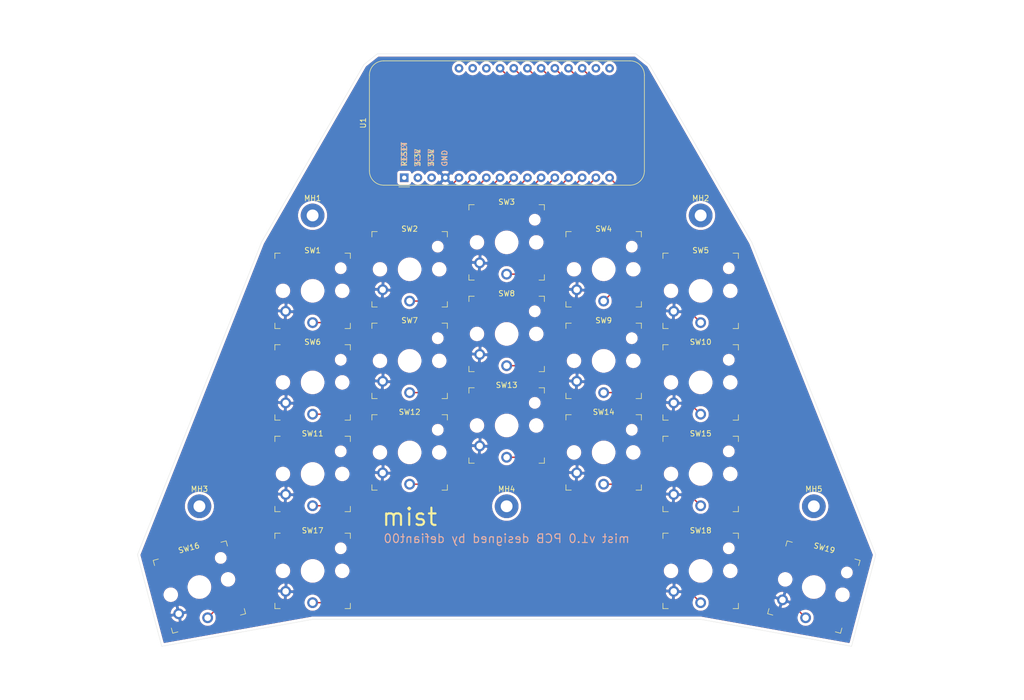
<source format=kicad_pcb>
(kicad_pcb (version 20171130) (host pcbnew "(5.1.12)-1")
  (layers (0 F.Cu signal) (31 B.Cu signal) (34 B.Paste user) (35 F.Paste user) (36 B.SilkS user) (37 F.SilkS user) (38 B.Mask user) (39 F.Mask user) (44 Edge.Cuts user))
  (net 0 "")
  (net 1 gnd)
  (net 2 Switch1)
  (net 3 Switch2)
  (net 4 Switch3)
  (net 5 Switch4)
  (net 6 Switch5)
  (net 7 Switch6)
  (net 8 Switch7)
  (net 9 Switch8)
  (net 10 Switch9)
  (net 11 Switch10)
  (net 12 Switch11)
  (net 13 Switch12)
  (net 14 Switch13)
  (net 15 Switch14)
  (net 16 Switch15)
  (net 17 Switch16)
  (net 18 Switch17)
  (net 19 Switch18)
  (net 20 Switch19)
  (net 21 "Net-(U1-Pad1)")
  (net 22 "Net-(U1-Pad28)")
  (net 23 "Net-(U1-Pad27)")
  (net 24 "Net-(U1-Pad18)")
  (net 25 "Net-(U1-Pad17)")
  (net 26 "Net-(U1-Pad2)")
  (net 27 "Net-(U1-Pad3)")
  (net 28 "Net-(U1-Pad26)")
  (module MountingHole:MountingHole_2.2mm_M2_Pad (layer F.Cu) (at 114 114)
    (fp_text reference MH4 (at 0 -3.2) (layer F.SilkS))
    (fp_text value MountingHole_2.2mm_M2_Pad)
    (pad 1 thru_hole circle (at 0 0) (size 4.4 4.4) (drill 2.2) (layers *.Cu *.Mask))
  )
  (module MountingHole:MountingHole_2.2mm_M2_Pad (layer F.Cu) (at 171 114)
    (fp_text reference MH5 (at 0 -3.2) (layer F.SilkS))
    (fp_text value MountingHole_2.2mm_M2_Pad)
    (pad 1 thru_hole circle (at 0 0) (size 4.4 4.4) (drill 2.2) (layers *.Cu *.Mask))
  )
  (module MountingHole:MountingHole_2.2mm_M2_Pad (layer F.Cu) (at 57 114)
    (fp_text reference MH3 (at 0 -3.2) (layer F.SilkS))
    (fp_text value MountingHole_2.2mm_M2_Pad)
    (pad 1 thru_hole circle (at 0 0) (size 4.4 4.4) (drill 2.2) (layers *.Cu *.Mask))
  )
  (module MountingHole:MountingHole_2.2mm_M2_Pad (layer F.Cu) (at 150 60)
    (fp_text reference MH2 (at 0 -3.2) (layer F.SilkS))
    (fp_text value MountingHole_2.2mm_M2_Pad)
    (pad 1 thru_hole circle (at 0 0) (size 4.4 4.4) (drill 2.2) (layers *.Cu *.Mask))
  )
  (module MountingHole:MountingHole_2.2mm_M2_Pad (layer F.Cu) (at 78 60)
    (fp_text reference MH1 (at 0 -3.2) (layer F.SilkS))
    (fp_text value MountingHole_2.2mm_M2_Pad)
    (pad 1 thru_hole circle (at 0 0) (size 4.4 4.4) (drill 2.2) (layers *.Cu *.Mask))
  )
  (module Module:Adafruit_Feather (layer F.Cu) (at 95 53 90)
    (fp_text reference U1 (at 10.16 -7.62 90) (layer F.SilkS))
    (fp_text value Feather)
    (fp_line (start -1.7 1) (end -1.7 -1) (layer F.SilkS) (width 0.12))
    (fp_line (start 19.05 -6.46) (end 1.27 -6.46) (layer F.SilkS) (width 0.12))
    (fp_line (start 19.05 44.56) (end 1.27 44.56) (layer F.SilkS) (width 0.12))
    (fp_line (start 21.7 -3.81) (end 21.7 41.91) (layer F.SilkS) (width 0.12))
    (fp_line (start -1.38 -3.81) (end -1.38 41.91) (layer F.SilkS) (width 0.12))
    (fp_text user GND (at 2 7.5 90) (layer B.SilkS) (effects (justify right mirror)))
    (fp_text user 3.3V (at 2 5 90) (layer B.SilkS) (effects (justify right mirror)))
    (fp_text user 3.3V (at 2 2.5 90) (layer B.SilkS) (effects (justify right mirror)))
    (fp_text user RESET (at 2 0 90) (layer B.SilkS) (effects (justify right mirror)))
    (fp_text user GND (at 2 7.5 90) (layer F.SilkS) (effects (justify left)))
    (fp_text user 3.3V (at 2 5 90) (layer F.SilkS) (effects (justify left)))
    (fp_text user 3.3V (at 2 2.5 90) (layer F.SilkS) (effects (justify left)))
    (fp_text user RESET (at 2 0 90) (layer F.SilkS) (effects (justify left)))
    (fp_arc (start 19.05 -3.81) (end 21.7 -3.81) (angle -90) (layer F.SilkS) (width 0.12))
    (fp_arc (start 1.27 -3.81) (end 1.27 -6.46) (angle -90) (layer F.SilkS) (width 0.12))
    (fp_arc (start 19.05 41.91) (end 19.05 44.56) (angle -90) (layer F.SilkS) (width 0.12))
    (fp_arc (start 1.27 41.91) (end -1.38 41.91) (angle -90) (layer F.SilkS) (width 0.12))
    (pad 17 thru_hole circle (at 20.32 38.1 270) (size 1.6 1.6) (drill 0.8) (layers *.Cu *.Mask) (net 25 "Net-(U1-Pad17)"))
    (pad 18 thru_hole circle (at 20.32 35.56 270) (size 1.6 1.6) (drill 0.8) (layers *.Cu *.Mask) (net 24 "Net-(U1-Pad18)"))
    (pad 19 thru_hole circle (at 20.32 33.02 270) (size 1.6 1.6) (drill 0.8) (layers *.Cu *.Mask) (net 6 Switch5))
    (pad 20 thru_hole circle (at 20.32 30.48 270) (size 1.6 1.6) (drill 0.8) (layers *.Cu *.Mask) (net 11 Switch10))
    (pad 21 thru_hole circle (at 20.32 27.94 270) (size 1.6 1.6) (drill 0.8) (layers *.Cu *.Mask) (net 16 Switch15))
    (pad 22 thru_hole circle (at 20.32 25.4 270) (size 1.6 1.6) (drill 0.8) (layers *.Cu *.Mask) (net 20 Switch19))
    (pad 23 thru_hole circle (at 20.32 22.86 270) (size 1.6 1.6) (drill 0.8) (layers *.Cu *.Mask) (net 19 Switch18))
    (pad 24 thru_hole circle (at 20.32 20.32 270) (size 1.6 1.6) (drill 0.8) (layers *.Cu *.Mask) (net 15 Switch14))
    (pad 25 thru_hole circle (at 20.32 17.78 270) (size 1.6 1.6) (drill 0.8) (layers *.Cu *.Mask) (net 10 Switch9))
    (pad 26 thru_hole circle (at 20.32 15.24 270) (size 1.6 1.6) (drill 0.8) (layers *.Cu *.Mask) (net 28 "Net-(U1-Pad26)"))
    (pad 27 thru_hole circle (at 20.32 12.7 270) (size 1.6 1.6) (drill 0.8) (layers *.Cu *.Mask) (net 23 "Net-(U1-Pad27)"))
    (pad 28 thru_hole circle (at 20.32 10.16 270) (size 1.6 1.6) (drill 0.8) (layers *.Cu *.Mask) (net 22 "Net-(U1-Pad28)"))
    (pad 1 thru_hole rect (at 0 0 270) (size 1.6 1.6) (drill 0.8) (layers *.Cu *.Mask) (net 21 "Net-(U1-Pad1)"))
    (pad 2 thru_hole circle (at 0 2.54 270) (size 1.6 1.6) (drill 0.8) (layers *.Cu *.Mask) (net 26 "Net-(U1-Pad2)"))
    (pad 3 thru_hole circle (at 0 5.08 270) (size 1.6 1.6) (drill 0.8) (layers *.Cu *.Mask) (net 27 "Net-(U1-Pad3)"))
    (pad 4 thru_hole circle (at 0 7.62 270) (size 1.6 1.6) (drill 0.8) (layers *.Cu *.Mask) (net 1 gnd))
    (pad 5 thru_hole circle (at 0 10.16 270) (size 1.6 1.6) (drill 0.8) (layers *.Cu *.Mask) (net 2 Switch1))
    (pad 6 thru_hole circle (at 0 12.7 270) (size 1.6 1.6) (drill 0.8) (layers *.Cu *.Mask) (net 7 Switch6))
    (pad 7 thru_hole circle (at 0 15.24 270) (size 1.6 1.6) (drill 0.8) (layers *.Cu *.Mask) (net 12 Switch11))
    (pad 8 thru_hole circle (at 0 17.78 270) (size 1.6 1.6) (drill 0.8) (layers *.Cu *.Mask) (net 17 Switch16))
    (pad 9 thru_hole circle (at 0 20.32 270) (size 1.6 1.6) (drill 0.8) (layers *.Cu *.Mask) (net 18 Switch17))
    (pad 10 thru_hole circle (at 0 22.86 270) (size 1.6 1.6) (drill 0.8) (layers *.Cu *.Mask) (net 3 Switch2))
    (pad 11 thru_hole circle (at 0 25.4 270) (size 1.6 1.6) (drill 0.8) (layers *.Cu *.Mask) (net 8 Switch7))
    (pad 12 thru_hole circle (at 0 27.94 270) (size 1.6 1.6) (drill 0.8) (layers *.Cu *.Mask) (net 13 Switch12))
    (pad 13 thru_hole circle (at 0 30.48 270) (size 1.6 1.6) (drill 0.8) (layers *.Cu *.Mask) (net 4 Switch3))
    (pad 14 thru_hole circle (at 0 33.02 270) (size 1.6 1.6) (drill 0.8) (layers *.Cu *.Mask) (net 9 Switch8))
    (pad 15 thru_hole circle (at 0 35.56 270) (size 1.6 1.6) (drill 0.8) (layers *.Cu *.Mask) (net 14 Switch13))
    (pad 16 thru_hole circle (at 0 38.1 270) (size 1.6 1.6) (drill 0.8) (layers *.Cu *.Mask) (net 5 Switch4))
  )
  (module Keebio-Parts:Kailh-PG1350-1u-Clickhole-NoLED (layer F.Cu) (at 78 74)
    (fp_text reference SW1)
    (fp_text value SW_Push hide)
    (fp_line (start -7 7) (end -7 6) (layer F.SilkS) (width 0.12))
    (fp_line (start -6 7) (end -7 7) (layer F.SilkS) (width 0.12))
    (fp_line (start 7 7) (end 6 7) (layer F.SilkS) (width 0.12))
    (fp_line (start 7 6) (end 7 7) (layer F.SilkS) (width 0.12))
    (fp_line (start 7 -7) (end 6 -7) (layer F.SilkS) (width 0.12))
    (fp_line (start 7 -6) (end 7 -7) (layer F.SilkS) (width 0.12))
    (fp_line (start -7 -7) (end -6 -7) (layer F.SilkS) (width 0.12))
    (fp_line (start -7 -6) (end -7 -7) (layer F.SilkS) (width 0.12))
    (fp_text user SW1 (at 0 -7.5) (layer F.SilkS))
    (pad "" np_thru_hole circle (at 5.5 0 180) (size 1.7 1.7) (drill 1.7) (layers *.Cu *.Mask))
    (pad "" np_thru_hole circle (at -5.5 0 180) (size 1.7 1.7) (drill 1.7) (layers *.Cu *.Mask))
    (pad 2 thru_hole circle (at -5 3.8 41.9) (size 2 2) (drill 1.2) (layers *.Cu *.Mask) (net 1 gnd))
    (pad 1 thru_hole circle (at 0 5.9 180) (size 2 2) (drill 1.2) (layers *.Cu *.Mask) (net 2 Switch1))
    (pad "" np_thru_hole circle (at 0 0 180) (size 3.4 3.4) (drill 3.4) (layers *.Cu *.Mask))
    (pad "" np_thru_hole circle (at 5.22 -4.2 180) (size 1.2 1.2) (drill 1.2) (layers *.Cu *.Mask))
  )
  (module Keebio-Parts:Kailh-PG1350-1u-Clickhole-NoLED (layer F.Cu) (at 96 70)
    (fp_text reference SW2)
    (fp_text value SW_Push hide)
    (fp_line (start -7 7) (end -7 6) (layer F.SilkS) (width 0.12))
    (fp_line (start -6 7) (end -7 7) (layer F.SilkS) (width 0.12))
    (fp_line (start 7 7) (end 6 7) (layer F.SilkS) (width 0.12))
    (fp_line (start 7 6) (end 7 7) (layer F.SilkS) (width 0.12))
    (fp_line (start 7 -7) (end 6 -7) (layer F.SilkS) (width 0.12))
    (fp_line (start 7 -6) (end 7 -7) (layer F.SilkS) (width 0.12))
    (fp_line (start -7 -7) (end -6 -7) (layer F.SilkS) (width 0.12))
    (fp_line (start -7 -6) (end -7 -7) (layer F.SilkS) (width 0.12))
    (fp_text user SW2 (at 0 -7.5) (layer F.SilkS))
    (pad "" np_thru_hole circle (at 5.5 0 180) (size 1.7 1.7) (drill 1.7) (layers *.Cu *.Mask))
    (pad "" np_thru_hole circle (at -5.5 0 180) (size 1.7 1.7) (drill 1.7) (layers *.Cu *.Mask))
    (pad 2 thru_hole circle (at -5 3.8 41.9) (size 2 2) (drill 1.2) (layers *.Cu *.Mask) (net 1 gnd))
    (pad 1 thru_hole circle (at 0 5.9 180) (size 2 2) (drill 1.2) (layers *.Cu *.Mask) (net 3 Switch2))
    (pad "" np_thru_hole circle (at 0 0 180) (size 3.4 3.4) (drill 3.4) (layers *.Cu *.Mask))
    (pad "" np_thru_hole circle (at 5.22 -4.2 180) (size 1.2 1.2) (drill 1.2) (layers *.Cu *.Mask))
  )
  (module Keebio-Parts:Kailh-PG1350-1u-Clickhole-NoLED (layer F.Cu) (at 114 65)
    (fp_text reference SW3)
    (fp_text value SW_Push hide)
    (fp_line (start -7 7) (end -7 6) (layer F.SilkS) (width 0.12))
    (fp_line (start -6 7) (end -7 7) (layer F.SilkS) (width 0.12))
    (fp_line (start 7 7) (end 6 7) (layer F.SilkS) (width 0.12))
    (fp_line (start 7 6) (end 7 7) (layer F.SilkS) (width 0.12))
    (fp_line (start 7 -7) (end 6 -7) (layer F.SilkS) (width 0.12))
    (fp_line (start 7 -6) (end 7 -7) (layer F.SilkS) (width 0.12))
    (fp_line (start -7 -7) (end -6 -7) (layer F.SilkS) (width 0.12))
    (fp_line (start -7 -6) (end -7 -7) (layer F.SilkS) (width 0.12))
    (fp_text user SW3 (at 0 -7.5) (layer F.SilkS))
    (pad "" np_thru_hole circle (at 5.5 0 180) (size 1.7 1.7) (drill 1.7) (layers *.Cu *.Mask))
    (pad "" np_thru_hole circle (at -5.5 0 180) (size 1.7 1.7) (drill 1.7) (layers *.Cu *.Mask))
    (pad 2 thru_hole circle (at -5 3.8 41.9) (size 2 2) (drill 1.2) (layers *.Cu *.Mask) (net 1 gnd))
    (pad 1 thru_hole circle (at 0 5.9 180) (size 2 2) (drill 1.2) (layers *.Cu *.Mask) (net 4 Switch3))
    (pad "" np_thru_hole circle (at 0 0 180) (size 3.4 3.4) (drill 3.4) (layers *.Cu *.Mask))
    (pad "" np_thru_hole circle (at 5.22 -4.2 180) (size 1.2 1.2) (drill 1.2) (layers *.Cu *.Mask))
  )
  (module Keebio-Parts:Kailh-PG1350-1u-Clickhole-NoLED (layer F.Cu) (at 132 70)
    (fp_text reference SW4)
    (fp_text value SW_Push hide)
    (fp_line (start -7 7) (end -7 6) (layer F.SilkS) (width 0.12))
    (fp_line (start -6 7) (end -7 7) (layer F.SilkS) (width 0.12))
    (fp_line (start 7 7) (end 6 7) (layer F.SilkS) (width 0.12))
    (fp_line (start 7 6) (end 7 7) (layer F.SilkS) (width 0.12))
    (fp_line (start 7 -7) (end 6 -7) (layer F.SilkS) (width 0.12))
    (fp_line (start 7 -6) (end 7 -7) (layer F.SilkS) (width 0.12))
    (fp_line (start -7 -7) (end -6 -7) (layer F.SilkS) (width 0.12))
    (fp_line (start -7 -6) (end -7 -7) (layer F.SilkS) (width 0.12))
    (fp_text user SW4 (at 0 -7.5) (layer F.SilkS))
    (pad "" np_thru_hole circle (at 5.5 0 180) (size 1.7 1.7) (drill 1.7) (layers *.Cu *.Mask))
    (pad "" np_thru_hole circle (at -5.5 0 180) (size 1.7 1.7) (drill 1.7) (layers *.Cu *.Mask))
    (pad 2 thru_hole circle (at -5 3.8 41.9) (size 2 2) (drill 1.2) (layers *.Cu *.Mask) (net 1 gnd))
    (pad 1 thru_hole circle (at 0 5.9 180) (size 2 2) (drill 1.2) (layers *.Cu *.Mask) (net 5 Switch4))
    (pad "" np_thru_hole circle (at 0 0 180) (size 3.4 3.4) (drill 3.4) (layers *.Cu *.Mask))
    (pad "" np_thru_hole circle (at 5.22 -4.2 180) (size 1.2 1.2) (drill 1.2) (layers *.Cu *.Mask))
  )
  (module Keebio-Parts:Kailh-PG1350-1u-Clickhole-NoLED (layer F.Cu) (at 150 74)
    (fp_text reference SW5)
    (fp_text value SW_Push hide)
    (fp_line (start -7 7) (end -7 6) (layer F.SilkS) (width 0.12))
    (fp_line (start -6 7) (end -7 7) (layer F.SilkS) (width 0.12))
    (fp_line (start 7 7) (end 6 7) (layer F.SilkS) (width 0.12))
    (fp_line (start 7 6) (end 7 7) (layer F.SilkS) (width 0.12))
    (fp_line (start 7 -7) (end 6 -7) (layer F.SilkS) (width 0.12))
    (fp_line (start 7 -6) (end 7 -7) (layer F.SilkS) (width 0.12))
    (fp_line (start -7 -7) (end -6 -7) (layer F.SilkS) (width 0.12))
    (fp_line (start -7 -6) (end -7 -7) (layer F.SilkS) (width 0.12))
    (fp_text user SW5 (at 0 -7.5) (layer F.SilkS))
    (pad "" np_thru_hole circle (at 5.5 0 180) (size 1.7 1.7) (drill 1.7) (layers *.Cu *.Mask))
    (pad "" np_thru_hole circle (at -5.5 0 180) (size 1.7 1.7) (drill 1.7) (layers *.Cu *.Mask))
    (pad 2 thru_hole circle (at -5 3.8 41.9) (size 2 2) (drill 1.2) (layers *.Cu *.Mask) (net 1 gnd))
    (pad 1 thru_hole circle (at 0 5.9 180) (size 2 2) (drill 1.2) (layers *.Cu *.Mask) (net 6 Switch5))
    (pad "" np_thru_hole circle (at 0 0 180) (size 3.4 3.4) (drill 3.4) (layers *.Cu *.Mask))
    (pad "" np_thru_hole circle (at 5.22 -4.2 180) (size 1.2 1.2) (drill 1.2) (layers *.Cu *.Mask))
  )
  (module Keebio-Parts:Kailh-PG1350-1u-Clickhole-NoLED (layer F.Cu) (at 78 91)
    (fp_text reference SW6)
    (fp_text value SW_Push hide)
    (fp_line (start -7 7) (end -7 6) (layer F.SilkS) (width 0.12))
    (fp_line (start -6 7) (end -7 7) (layer F.SilkS) (width 0.12))
    (fp_line (start 7 7) (end 6 7) (layer F.SilkS) (width 0.12))
    (fp_line (start 7 6) (end 7 7) (layer F.SilkS) (width 0.12))
    (fp_line (start 7 -7) (end 6 -7) (layer F.SilkS) (width 0.12))
    (fp_line (start 7 -6) (end 7 -7) (layer F.SilkS) (width 0.12))
    (fp_line (start -7 -7) (end -6 -7) (layer F.SilkS) (width 0.12))
    (fp_line (start -7 -6) (end -7 -7) (layer F.SilkS) (width 0.12))
    (fp_text user SW6 (at 0 -7.5) (layer F.SilkS))
    (pad "" np_thru_hole circle (at 5.5 0 180) (size 1.7 1.7) (drill 1.7) (layers *.Cu *.Mask))
    (pad "" np_thru_hole circle (at -5.5 0 180) (size 1.7 1.7) (drill 1.7) (layers *.Cu *.Mask))
    (pad 2 thru_hole circle (at -5 3.8 41.9) (size 2 2) (drill 1.2) (layers *.Cu *.Mask) (net 1 gnd))
    (pad 1 thru_hole circle (at 0 5.9 180) (size 2 2) (drill 1.2) (layers *.Cu *.Mask) (net 7 Switch6))
    (pad "" np_thru_hole circle (at 0 0 180) (size 3.4 3.4) (drill 3.4) (layers *.Cu *.Mask))
    (pad "" np_thru_hole circle (at 5.22 -4.2 180) (size 1.2 1.2) (drill 1.2) (layers *.Cu *.Mask))
  )
  (module Keebio-Parts:Kailh-PG1350-1u-Clickhole-NoLED (layer F.Cu) (at 96 87)
    (fp_text reference SW7)
    (fp_text value SW_Push hide)
    (fp_line (start -7 7) (end -7 6) (layer F.SilkS) (width 0.12))
    (fp_line (start -6 7) (end -7 7) (layer F.SilkS) (width 0.12))
    (fp_line (start 7 7) (end 6 7) (layer F.SilkS) (width 0.12))
    (fp_line (start 7 6) (end 7 7) (layer F.SilkS) (width 0.12))
    (fp_line (start 7 -7) (end 6 -7) (layer F.SilkS) (width 0.12))
    (fp_line (start 7 -6) (end 7 -7) (layer F.SilkS) (width 0.12))
    (fp_line (start -7 -7) (end -6 -7) (layer F.SilkS) (width 0.12))
    (fp_line (start -7 -6) (end -7 -7) (layer F.SilkS) (width 0.12))
    (fp_text user SW7 (at 0 -7.5) (layer F.SilkS))
    (pad "" np_thru_hole circle (at 5.5 0 180) (size 1.7 1.7) (drill 1.7) (layers *.Cu *.Mask))
    (pad "" np_thru_hole circle (at -5.5 0 180) (size 1.7 1.7) (drill 1.7) (layers *.Cu *.Mask))
    (pad 2 thru_hole circle (at -5 3.8 41.9) (size 2 2) (drill 1.2) (layers *.Cu *.Mask) (net 1 gnd))
    (pad 1 thru_hole circle (at 0 5.9 180) (size 2 2) (drill 1.2) (layers *.Cu *.Mask) (net 8 Switch7))
    (pad "" np_thru_hole circle (at 0 0 180) (size 3.4 3.4) (drill 3.4) (layers *.Cu *.Mask))
    (pad "" np_thru_hole circle (at 5.22 -4.2 180) (size 1.2 1.2) (drill 1.2) (layers *.Cu *.Mask))
  )
  (module Keebio-Parts:Kailh-PG1350-1u-Clickhole-NoLED (layer F.Cu) (at 114 82)
    (fp_text reference SW8)
    (fp_text value SW_Push hide)
    (fp_line (start -7 7) (end -7 6) (layer F.SilkS) (width 0.12))
    (fp_line (start -6 7) (end -7 7) (layer F.SilkS) (width 0.12))
    (fp_line (start 7 7) (end 6 7) (layer F.SilkS) (width 0.12))
    (fp_line (start 7 6) (end 7 7) (layer F.SilkS) (width 0.12))
    (fp_line (start 7 -7) (end 6 -7) (layer F.SilkS) (width 0.12))
    (fp_line (start 7 -6) (end 7 -7) (layer F.SilkS) (width 0.12))
    (fp_line (start -7 -7) (end -6 -7) (layer F.SilkS) (width 0.12))
    (fp_line (start -7 -6) (end -7 -7) (layer F.SilkS) (width 0.12))
    (fp_text user SW8 (at 0 -7.5) (layer F.SilkS))
    (pad "" np_thru_hole circle (at 5.5 0 180) (size 1.7 1.7) (drill 1.7) (layers *.Cu *.Mask))
    (pad "" np_thru_hole circle (at -5.5 0 180) (size 1.7 1.7) (drill 1.7) (layers *.Cu *.Mask))
    (pad 2 thru_hole circle (at -5 3.8 41.9) (size 2 2) (drill 1.2) (layers *.Cu *.Mask) (net 1 gnd))
    (pad 1 thru_hole circle (at 0 5.9 180) (size 2 2) (drill 1.2) (layers *.Cu *.Mask) (net 9 Switch8))
    (pad "" np_thru_hole circle (at 0 0 180) (size 3.4 3.4) (drill 3.4) (layers *.Cu *.Mask))
    (pad "" np_thru_hole circle (at 5.22 -4.2 180) (size 1.2 1.2) (drill 1.2) (layers *.Cu *.Mask))
  )
  (module Keebio-Parts:Kailh-PG1350-1u-Clickhole-NoLED (layer F.Cu) (at 132 87)
    (fp_text reference SW9)
    (fp_text value SW_Push hide)
    (fp_line (start -7 7) (end -7 6) (layer F.SilkS) (width 0.12))
    (fp_line (start -6 7) (end -7 7) (layer F.SilkS) (width 0.12))
    (fp_line (start 7 7) (end 6 7) (layer F.SilkS) (width 0.12))
    (fp_line (start 7 6) (end 7 7) (layer F.SilkS) (width 0.12))
    (fp_line (start 7 -7) (end 6 -7) (layer F.SilkS) (width 0.12))
    (fp_line (start 7 -6) (end 7 -7) (layer F.SilkS) (width 0.12))
    (fp_line (start -7 -7) (end -6 -7) (layer F.SilkS) (width 0.12))
    (fp_line (start -7 -6) (end -7 -7) (layer F.SilkS) (width 0.12))
    (fp_text user SW9 (at 0 -7.5) (layer F.SilkS))
    (pad "" np_thru_hole circle (at 5.5 0 180) (size 1.7 1.7) (drill 1.7) (layers *.Cu *.Mask))
    (pad "" np_thru_hole circle (at -5.5 0 180) (size 1.7 1.7) (drill 1.7) (layers *.Cu *.Mask))
    (pad 2 thru_hole circle (at -5 3.8 41.9) (size 2 2) (drill 1.2) (layers *.Cu *.Mask) (net 1 gnd))
    (pad 1 thru_hole circle (at 0 5.9 180) (size 2 2) (drill 1.2) (layers *.Cu *.Mask) (net 10 Switch9))
    (pad "" np_thru_hole circle (at 0 0 180) (size 3.4 3.4) (drill 3.4) (layers *.Cu *.Mask))
    (pad "" np_thru_hole circle (at 5.22 -4.2 180) (size 1.2 1.2) (drill 1.2) (layers *.Cu *.Mask))
  )
  (module Keebio-Parts:Kailh-PG1350-1u-Clickhole-NoLED (layer F.Cu) (at 150 91)
    (fp_text reference SW10)
    (fp_text value SW_Push hide)
    (fp_line (start -7 7) (end -7 6) (layer F.SilkS) (width 0.12))
    (fp_line (start -6 7) (end -7 7) (layer F.SilkS) (width 0.12))
    (fp_line (start 7 7) (end 6 7) (layer F.SilkS) (width 0.12))
    (fp_line (start 7 6) (end 7 7) (layer F.SilkS) (width 0.12))
    (fp_line (start 7 -7) (end 6 -7) (layer F.SilkS) (width 0.12))
    (fp_line (start 7 -6) (end 7 -7) (layer F.SilkS) (width 0.12))
    (fp_line (start -7 -7) (end -6 -7) (layer F.SilkS) (width 0.12))
    (fp_line (start -7 -6) (end -7 -7) (layer F.SilkS) (width 0.12))
    (fp_text user SW10 (at 0 -7.5) (layer F.SilkS))
    (pad "" np_thru_hole circle (at 5.5 0 180) (size 1.7 1.7) (drill 1.7) (layers *.Cu *.Mask))
    (pad "" np_thru_hole circle (at -5.5 0 180) (size 1.7 1.7) (drill 1.7) (layers *.Cu *.Mask))
    (pad 2 thru_hole circle (at -5 3.8 41.9) (size 2 2) (drill 1.2) (layers *.Cu *.Mask) (net 1 gnd))
    (pad 1 thru_hole circle (at 0 5.9 180) (size 2 2) (drill 1.2) (layers *.Cu *.Mask) (net 11 Switch10))
    (pad "" np_thru_hole circle (at 0 0 180) (size 3.4 3.4) (drill 3.4) (layers *.Cu *.Mask))
    (pad "" np_thru_hole circle (at 5.22 -4.2 180) (size 1.2 1.2) (drill 1.2) (layers *.Cu *.Mask))
  )
  (module Keebio-Parts:Kailh-PG1350-1u-Clickhole-NoLED (layer F.Cu) (at 78 108)
    (fp_text reference SW11)
    (fp_text value SW_Push hide)
    (fp_line (start -7 7) (end -7 6) (layer F.SilkS) (width 0.12))
    (fp_line (start -6 7) (end -7 7) (layer F.SilkS) (width 0.12))
    (fp_line (start 7 7) (end 6 7) (layer F.SilkS) (width 0.12))
    (fp_line (start 7 6) (end 7 7) (layer F.SilkS) (width 0.12))
    (fp_line (start 7 -7) (end 6 -7) (layer F.SilkS) (width 0.12))
    (fp_line (start 7 -6) (end 7 -7) (layer F.SilkS) (width 0.12))
    (fp_line (start -7 -7) (end -6 -7) (layer F.SilkS) (width 0.12))
    (fp_line (start -7 -6) (end -7 -7) (layer F.SilkS) (width 0.12))
    (fp_text user SW11 (at 0 -7.5) (layer F.SilkS))
    (pad "" np_thru_hole circle (at 5.5 0 180) (size 1.7 1.7) (drill 1.7) (layers *.Cu *.Mask))
    (pad "" np_thru_hole circle (at -5.5 0 180) (size 1.7 1.7) (drill 1.7) (layers *.Cu *.Mask))
    (pad 2 thru_hole circle (at -5 3.8 41.9) (size 2 2) (drill 1.2) (layers *.Cu *.Mask) (net 1 gnd))
    (pad 1 thru_hole circle (at 0 5.9 180) (size 2 2) (drill 1.2) (layers *.Cu *.Mask) (net 12 Switch11))
    (pad "" np_thru_hole circle (at 0 0 180) (size 3.4 3.4) (drill 3.4) (layers *.Cu *.Mask))
    (pad "" np_thru_hole circle (at 5.22 -4.2 180) (size 1.2 1.2) (drill 1.2) (layers *.Cu *.Mask))
  )
  (module Keebio-Parts:Kailh-PG1350-1u-Clickhole-NoLED (layer F.Cu) (at 96 104)
    (fp_text reference SW12)
    (fp_text value SW_Push hide)
    (fp_line (start -7 7) (end -7 6) (layer F.SilkS) (width 0.12))
    (fp_line (start -6 7) (end -7 7) (layer F.SilkS) (width 0.12))
    (fp_line (start 7 7) (end 6 7) (layer F.SilkS) (width 0.12))
    (fp_line (start 7 6) (end 7 7) (layer F.SilkS) (width 0.12))
    (fp_line (start 7 -7) (end 6 -7) (layer F.SilkS) (width 0.12))
    (fp_line (start 7 -6) (end 7 -7) (layer F.SilkS) (width 0.12))
    (fp_line (start -7 -7) (end -6 -7) (layer F.SilkS) (width 0.12))
    (fp_line (start -7 -6) (end -7 -7) (layer F.SilkS) (width 0.12))
    (fp_text user SW12 (at 0 -7.5) (layer F.SilkS))
    (pad "" np_thru_hole circle (at 5.5 0 180) (size 1.7 1.7) (drill 1.7) (layers *.Cu *.Mask))
    (pad "" np_thru_hole circle (at -5.5 0 180) (size 1.7 1.7) (drill 1.7) (layers *.Cu *.Mask))
    (pad 2 thru_hole circle (at -5 3.8 41.9) (size 2 2) (drill 1.2) (layers *.Cu *.Mask) (net 1 gnd))
    (pad 1 thru_hole circle (at 0 5.9 180) (size 2 2) (drill 1.2) (layers *.Cu *.Mask) (net 13 Switch12))
    (pad "" np_thru_hole circle (at 0 0 180) (size 3.4 3.4) (drill 3.4) (layers *.Cu *.Mask))
    (pad "" np_thru_hole circle (at 5.22 -4.2 180) (size 1.2 1.2) (drill 1.2) (layers *.Cu *.Mask))
  )
  (module Keebio-Parts:Kailh-PG1350-1u-Clickhole-NoLED (layer F.Cu) (at 114 99)
    (fp_text reference SW13)
    (fp_text value SW_Push hide)
    (fp_line (start -7 7) (end -7 6) (layer F.SilkS) (width 0.12))
    (fp_line (start -6 7) (end -7 7) (layer F.SilkS) (width 0.12))
    (fp_line (start 7 7) (end 6 7) (layer F.SilkS) (width 0.12))
    (fp_line (start 7 6) (end 7 7) (layer F.SilkS) (width 0.12))
    (fp_line (start 7 -7) (end 6 -7) (layer F.SilkS) (width 0.12))
    (fp_line (start 7 -6) (end 7 -7) (layer F.SilkS) (width 0.12))
    (fp_line (start -7 -7) (end -6 -7) (layer F.SilkS) (width 0.12))
    (fp_line (start -7 -6) (end -7 -7) (layer F.SilkS) (width 0.12))
    (fp_text user SW13 (at 0 -7.5) (layer F.SilkS))
    (pad "" np_thru_hole circle (at 5.5 0 180) (size 1.7 1.7) (drill 1.7) (layers *.Cu *.Mask))
    (pad "" np_thru_hole circle (at -5.5 0 180) (size 1.7 1.7) (drill 1.7) (layers *.Cu *.Mask))
    (pad 2 thru_hole circle (at -5 3.8 41.9) (size 2 2) (drill 1.2) (layers *.Cu *.Mask) (net 1 gnd))
    (pad 1 thru_hole circle (at 0 5.9 180) (size 2 2) (drill 1.2) (layers *.Cu *.Mask) (net 14 Switch13))
    (pad "" np_thru_hole circle (at 0 0 180) (size 3.4 3.4) (drill 3.4) (layers *.Cu *.Mask))
    (pad "" np_thru_hole circle (at 5.22 -4.2 180) (size 1.2 1.2) (drill 1.2) (layers *.Cu *.Mask))
  )
  (module Keebio-Parts:Kailh-PG1350-1u-Clickhole-NoLED (layer F.Cu) (at 132 104)
    (fp_text reference SW14)
    (fp_text value SW_Push hide)
    (fp_line (start -7 7) (end -7 6) (layer F.SilkS) (width 0.12))
    (fp_line (start -6 7) (end -7 7) (layer F.SilkS) (width 0.12))
    (fp_line (start 7 7) (end 6 7) (layer F.SilkS) (width 0.12))
    (fp_line (start 7 6) (end 7 7) (layer F.SilkS) (width 0.12))
    (fp_line (start 7 -7) (end 6 -7) (layer F.SilkS) (width 0.12))
    (fp_line (start 7 -6) (end 7 -7) (layer F.SilkS) (width 0.12))
    (fp_line (start -7 -7) (end -6 -7) (layer F.SilkS) (width 0.12))
    (fp_line (start -7 -6) (end -7 -7) (layer F.SilkS) (width 0.12))
    (fp_text user SW14 (at 0 -7.5) (layer F.SilkS))
    (pad "" np_thru_hole circle (at 5.5 0 180) (size 1.7 1.7) (drill 1.7) (layers *.Cu *.Mask))
    (pad "" np_thru_hole circle (at -5.5 0 180) (size 1.7 1.7) (drill 1.7) (layers *.Cu *.Mask))
    (pad 2 thru_hole circle (at -5 3.8 41.9) (size 2 2) (drill 1.2) (layers *.Cu *.Mask) (net 1 gnd))
    (pad 1 thru_hole circle (at 0 5.9 180) (size 2 2) (drill 1.2) (layers *.Cu *.Mask) (net 15 Switch14))
    (pad "" np_thru_hole circle (at 0 0 180) (size 3.4 3.4) (drill 3.4) (layers *.Cu *.Mask))
    (pad "" np_thru_hole circle (at 5.22 -4.2 180) (size 1.2 1.2) (drill 1.2) (layers *.Cu *.Mask))
  )
  (module Keebio-Parts:Kailh-PG1350-1u-Clickhole-NoLED (layer F.Cu) (at 150 108)
    (fp_text reference SW15)
    (fp_text value SW_Push hide)
    (fp_line (start -7 7) (end -7 6) (layer F.SilkS) (width 0.12))
    (fp_line (start -6 7) (end -7 7) (layer F.SilkS) (width 0.12))
    (fp_line (start 7 7) (end 6 7) (layer F.SilkS) (width 0.12))
    (fp_line (start 7 6) (end 7 7) (layer F.SilkS) (width 0.12))
    (fp_line (start 7 -7) (end 6 -7) (layer F.SilkS) (width 0.12))
    (fp_line (start 7 -6) (end 7 -7) (layer F.SilkS) (width 0.12))
    (fp_line (start -7 -7) (end -6 -7) (layer F.SilkS) (width 0.12))
    (fp_line (start -7 -6) (end -7 -7) (layer F.SilkS) (width 0.12))
    (fp_text user SW15 (at 0 -7.5) (layer F.SilkS))
    (pad "" np_thru_hole circle (at 5.5 0 180) (size 1.7 1.7) (drill 1.7) (layers *.Cu *.Mask))
    (pad "" np_thru_hole circle (at -5.5 0 180) (size 1.7 1.7) (drill 1.7) (layers *.Cu *.Mask))
    (pad 2 thru_hole circle (at -5 3.8 41.9) (size 2 2) (drill 1.2) (layers *.Cu *.Mask) (net 1 gnd))
    (pad 1 thru_hole circle (at 0 5.9 180) (size 2 2) (drill 1.2) (layers *.Cu *.Mask) (net 16 Switch15))
    (pad "" np_thru_hole circle (at 0 0 180) (size 3.4 3.4) (drill 3.4) (layers *.Cu *.Mask))
    (pad "" np_thru_hole circle (at 5.22 -4.2 180) (size 1.2 1.2) (drill 1.2) (layers *.Cu *.Mask))
  )
  (module Keebio-Parts:Kailh-PG1350-1u-Clickhole-NoLED (layer F.Cu) (at 57 129 15)
    (fp_text reference SW16)
    (fp_text value SW_Push hide)
    (fp_line (start -7 7) (end -7 6) (layer F.SilkS) (width 0.12))
    (fp_line (start -6 7) (end -7 7) (layer F.SilkS) (width 0.12))
    (fp_line (start 7 7) (end 6 7) (layer F.SilkS) (width 0.12))
    (fp_line (start 7 6) (end 7 7) (layer F.SilkS) (width 0.12))
    (fp_line (start 7 -7) (end 6 -7) (layer F.SilkS) (width 0.12))
    (fp_line (start 7 -6) (end 7 -7) (layer F.SilkS) (width 0.12))
    (fp_line (start -7 -7) (end -6 -7) (layer F.SilkS) (width 0.12))
    (fp_line (start -7 -6) (end -7 -7) (layer F.SilkS) (width 0.12))
    (fp_text user SW16 (at 0 -7.5 15) (layer F.SilkS))
    (pad "" np_thru_hole circle (at 5.5 0 195) (size 1.7 1.7) (drill 1.7) (layers *.Cu *.Mask))
    (pad "" np_thru_hole circle (at -5.5 0 195) (size 1.7 1.7) (drill 1.7) (layers *.Cu *.Mask))
    (pad 2 thru_hole circle (at -5 3.8 56.9) (size 2 2) (drill 1.2) (layers *.Cu *.Mask) (net 1 gnd))
    (pad 1 thru_hole circle (at 0 5.9 195) (size 2 2) (drill 1.2) (layers *.Cu *.Mask) (net 17 Switch16))
    (pad "" np_thru_hole circle (at 0 0 195) (size 3.4 3.4) (drill 3.4) (layers *.Cu *.Mask))
    (pad "" np_thru_hole circle (at 5.22 -4.2 195) (size 1.2 1.2) (drill 1.2) (layers *.Cu *.Mask))
  )
  (module Keebio-Parts:Kailh-PG1350-1u-Clickhole-NoLED (layer F.Cu) (at 78 126)
    (fp_text reference SW17)
    (fp_text value SW_Push hide)
    (fp_line (start -7 7) (end -7 6) (layer F.SilkS) (width 0.12))
    (fp_line (start -6 7) (end -7 7) (layer F.SilkS) (width 0.12))
    (fp_line (start 7 7) (end 6 7) (layer F.SilkS) (width 0.12))
    (fp_line (start 7 6) (end 7 7) (layer F.SilkS) (width 0.12))
    (fp_line (start 7 -7) (end 6 -7) (layer F.SilkS) (width 0.12))
    (fp_line (start 7 -6) (end 7 -7) (layer F.SilkS) (width 0.12))
    (fp_line (start -7 -7) (end -6 -7) (layer F.SilkS) (width 0.12))
    (fp_line (start -7 -6) (end -7 -7) (layer F.SilkS) (width 0.12))
    (fp_text user SW17 (at 0 -7.5) (layer F.SilkS))
    (pad "" np_thru_hole circle (at 5.5 0 180) (size 1.7 1.7) (drill 1.7) (layers *.Cu *.Mask))
    (pad "" np_thru_hole circle (at -5.5 0 180) (size 1.7 1.7) (drill 1.7) (layers *.Cu *.Mask))
    (pad 2 thru_hole circle (at -5 3.8 41.9) (size 2 2) (drill 1.2) (layers *.Cu *.Mask) (net 1 gnd))
    (pad 1 thru_hole circle (at 0 5.9 180) (size 2 2) (drill 1.2) (layers *.Cu *.Mask) (net 18 Switch17))
    (pad "" np_thru_hole circle (at 0 0 180) (size 3.4 3.4) (drill 3.4) (layers *.Cu *.Mask))
    (pad "" np_thru_hole circle (at 5.22 -4.2 180) (size 1.2 1.2) (drill 1.2) (layers *.Cu *.Mask))
  )
  (module Keebio-Parts:Kailh-PG1350-1u-Clickhole-NoLED (layer F.Cu) (at 150 126)
    (fp_text reference SW18)
    (fp_text value SW_Push hide)
    (fp_line (start -7 7) (end -7 6) (layer F.SilkS) (width 0.12))
    (fp_line (start -6 7) (end -7 7) (layer F.SilkS) (width 0.12))
    (fp_line (start 7 7) (end 6 7) (layer F.SilkS) (width 0.12))
    (fp_line (start 7 6) (end 7 7) (layer F.SilkS) (width 0.12))
    (fp_line (start 7 -7) (end 6 -7) (layer F.SilkS) (width 0.12))
    (fp_line (start 7 -6) (end 7 -7) (layer F.SilkS) (width 0.12))
    (fp_line (start -7 -7) (end -6 -7) (layer F.SilkS) (width 0.12))
    (fp_line (start -7 -6) (end -7 -7) (layer F.SilkS) (width 0.12))
    (fp_text user SW18 (at 0 -7.5) (layer F.SilkS))
    (pad "" np_thru_hole circle (at 5.5 0 180) (size 1.7 1.7) (drill 1.7) (layers *.Cu *.Mask))
    (pad "" np_thru_hole circle (at -5.5 0 180) (size 1.7 1.7) (drill 1.7) (layers *.Cu *.Mask))
    (pad 2 thru_hole circle (at -5 3.8 41.9) (size 2 2) (drill 1.2) (layers *.Cu *.Mask) (net 1 gnd))
    (pad 1 thru_hole circle (at 0 5.9 180) (size 2 2) (drill 1.2) (layers *.Cu *.Mask) (net 19 Switch18))
    (pad "" np_thru_hole circle (at 0 0 180) (size 3.4 3.4) (drill 3.4) (layers *.Cu *.Mask))
    (pad "" np_thru_hole circle (at 5.22 -4.2 180) (size 1.2 1.2) (drill 1.2) (layers *.Cu *.Mask))
  )
  (module Keebio-Parts:Kailh-PG1350-1u-Clickhole-NoLED (layer F.Cu) (at 171 129 345)
    (fp_text reference SW19)
    (fp_text value SW_Push hide)
    (fp_line (start -7 7) (end -7 6) (layer F.SilkS) (width 0.12))
    (fp_line (start -6 7) (end -7 7) (layer F.SilkS) (width 0.12))
    (fp_line (start 7 7) (end 6 7) (layer F.SilkS) (width 0.12))
    (fp_line (start 7 6) (end 7 7) (layer F.SilkS) (width 0.12))
    (fp_line (start 7 -7) (end 6 -7) (layer F.SilkS) (width 0.12))
    (fp_line (start 7 -6) (end 7 -7) (layer F.SilkS) (width 0.12))
    (fp_line (start -7 -7) (end -6 -7) (layer F.SilkS) (width 0.12))
    (fp_line (start -7 -6) (end -7 -7) (layer F.SilkS) (width 0.12))
    (fp_text user SW19 (at 0 -7.5 165) (layer F.SilkS))
    (pad "" np_thru_hole circle (at 5.5 0 165) (size 1.7 1.7) (drill 1.7) (layers *.Cu *.Mask))
    (pad "" np_thru_hole circle (at -5.5 0 165) (size 1.7 1.7) (drill 1.7) (layers *.Cu *.Mask))
    (pad 2 thru_hole circle (at -5 3.8 26.9) (size 2 2) (drill 1.2) (layers *.Cu *.Mask) (net 1 gnd))
    (pad 1 thru_hole circle (at 0 5.9 165) (size 2 2) (drill 1.2) (layers *.Cu *.Mask) (net 20 Switch19))
    (pad "" np_thru_hole circle (at 0 0 165) (size 3.4 3.4) (drill 3.4) (layers *.Cu *.Mask))
    (pad "" np_thru_hole circle (at 5.22 -4.2 165) (size 1.2 1.2) (drill 1.2) (layers *.Cu *.Mask))
  )
  (gr_text "mist v1.0 PCB designed by defiant00" (at 114 120) (layer B.SilkS) (effects (font (size 1.6 1.6) (thickness 0.2)) (justify mirror)))
  (gr_text mist (at 96 116) (layer F.SilkS) (effects (font (size 3.2 3.2) (thickness 0.4))))
  (gr_line (start 87.5 32) (end 90 30) (layer Edge.Cuts) (width 0.05))
  (gr_line (start 140.5 32) (end 138 30) (layer Edge.Cuts) (width 0.05))
  (gr_line (start 68.5 65) (end 87.5 32) (layer Edge.Cuts) (width 0.05))
  (gr_line (start 45.5 123) (end 68.5 65) (layer Edge.Cuts) (width 0.05))
  (gr_line (start 50 140) (end 45.5 123) (layer Edge.Cuts) (width 0.05))
  (gr_line (start 78 135) (end 50 140) (layer Edge.Cuts) (width 0.05))
  (gr_line (start 150 135) (end 78 135) (layer Edge.Cuts) (width 0.05))
  (gr_line (start 178 140) (end 150 135) (layer Edge.Cuts) (width 0.05))
  (gr_line (start 182.5 123) (end 178 140) (layer Edge.Cuts) (width 0.05))
  (gr_line (start 159.5 65) (end 182.5 123) (layer Edge.Cuts) (width 0.05))
  (gr_line (start 140.5 32) (end 159.5 65) (layer Edge.Cuts) (width 0.05))
  (gr_line (start 90 30) (end 138 30) (layer Edge.Cuts) (width 0.05))
  (segment (start 78 79.9) (end 82.799963 79.9) (width 0.25) (layer F.Cu) (net 2))
  (segment (start 86.199964 67.254396) (end 92.80439 60.64997) (width 0.25) (layer F.Cu) (net 2))
  (segment (start 86.199963 76.5) (end 86.199964 67.254396) (width 0.25) (layer F.Cu) (net 2))
  (segment (start 82.799963 79.9) (end 86.199963 76.5) (width 0.25) (layer F.Cu) (net 2))
  (segment (start 97.51003 60.64997) (end 105.16 53) (width 0.25) (layer F.Cu) (net 2))
  (segment (start 92.80439 60.64997) (end 97.51003 60.64997) (width 0.25) (layer F.Cu) (net 2))
  (segment (start 96 75.9) (end 100.199981 75.9) (width 0.25) (layer F.Cu) (net 3))
  (segment (start 100.199981 75.9) (end 104.599981 71.5) (width 0.25) (layer F.Cu) (net 3))
  (segment (start 104.599982 63.627198) (end 111.72718 56.5) (width 0.25) (layer F.Cu) (net 3))
  (segment (start 104.599981 71.5) (end 104.599982 63.627198) (width 0.25) (layer F.Cu) (net 3))
  (segment (start 114.36 56.5) (end 117.86 53) (width 0.25) (layer F.Cu) (net 3))
  (segment (start 111.72718 56.5) (end 114.36 56.5) (width 0.25) (layer F.Cu) (net 3))
  (segment (start 114 70.9) (end 119.1 70.9) (width 0.25) (layer F.Cu) (net 4))
  (segment (start 122.54999 55.93001) (end 125.48 53) (width 0.25) (layer F.Cu) (net 4))
  (segment (start 122.54999 67.45001) (end 122.54999 55.93001) (width 0.25) (layer F.Cu) (net 4))
  (segment (start 119.1 70.9) (end 122.54999 67.45001) (width 0.25) (layer F.Cu) (net 4))
  (segment (start 132 75.9) (end 135 72.9) (width 0.25) (layer F.Cu) (net 5))
  (segment (start 135 54.9) (end 133.1 53) (width 0.25) (layer F.Cu) (net 5))
  (segment (start 135 72.9) (end 135 54.9) (width 0.25) (layer F.Cu) (net 5))
  (segment (start 150 79.9) (end 147 76.9) (width 0.25) (layer F.Cu) (net 6))
  (segment (start 147 72.5) (end 142.350028 67.850028) (width 0.25) (layer F.Cu) (net 6))
  (segment (start 147 76.9) (end 147 72.5) (width 0.25) (layer F.Cu) (net 6))
  (segment (start 128.02 32.74718) (end 128.02 32.68) (width 0.25) (layer F.Cu) (net 6))
  (segment (start 142.350027 47.077207) (end 128.02 32.74718) (width 0.25) (layer F.Cu) (net 6))
  (segment (start 142.350028 67.850028) (end 142.350027 47.077207) (width 0.25) (layer F.Cu) (net 6))
  (segment (start 78 96.9) (end 82.749972 96.9) (width 0.25) (layer F.Cu) (net 7))
  (segment (start 86.649973 67.440797) (end 92.99079 61.09998) (width 0.25) (layer F.Cu) (net 7))
  (segment (start 86.649972 93) (end 86.649973 67.440797) (width 0.25) (layer F.Cu) (net 7))
  (segment (start 82.749972 96.9) (end 86.649972 93) (width 0.25) (layer F.Cu) (net 7))
  (segment (start 99.60002 61.09998) (end 107.7 53) (width 0.25) (layer F.Cu) (net 7))
  (segment (start 92.99079 61.09998) (end 99.60002 61.09998) (width 0.25) (layer F.Cu) (net 7))
  (segment (start 96 92.9) (end 100.6 92.9) (width 0.25) (layer F.Cu) (net 8))
  (segment (start 105.049991 63.813599) (end 111.86359 57) (width 0.25) (layer F.Cu) (net 8))
  (segment (start 105.04999 88.45001) (end 105.049991 63.813599) (width 0.25) (layer F.Cu) (net 8))
  (segment (start 100.6 92.9) (end 105.04999 88.45001) (width 0.25) (layer F.Cu) (net 8))
  (segment (start 116.4 57) (end 120.4 53) (width 0.25) (layer F.Cu) (net 8))
  (segment (start 111.86359 57) (end 116.4 57) (width 0.25) (layer F.Cu) (net 8))
  (segment (start 114 87.9) (end 118.1 87.9) (width 0.25) (layer F.Cu) (net 9))
  (segment (start 118.1 87.9) (end 123 83) (width 0.25) (layer F.Cu) (net 9))
  (segment (start 123 58.02) (end 128.02 53) (width 0.25) (layer F.Cu) (net 9))
  (segment (start 123 83) (end 123 58.02) (width 0.25) (layer F.Cu) (net 9))
  (segment (start 132 92.9) (end 136.14999 92.9) (width 0.25) (layer F.Cu) (net 10))
  (segment (start 139.5 89.54999) (end 139.5 48.13641) (width 0.25) (layer F.Cu) (net 10))
  (segment (start 136.14999 92.9) (end 139.5 89.54999) (width 0.25) (layer F.Cu) (net 10))
  (segment (start 117.50002 37.40002) (end 112.78 32.68) (width 0.25) (layer F.Cu) (net 10))
  (segment (start 128.76361 37.40002) (end 117.50002 37.40002) (width 0.25) (layer F.Cu) (net 10))
  (segment (start 139.5 48.13641) (end 128.76361 37.40002) (width 0.25) (layer F.Cu) (net 10))
  (segment (start 150 96.9) (end 147 93.9) (width 0.25) (layer F.Cu) (net 11))
  (segment (start 147 89) (end 141.900018 83.900018) (width 0.25) (layer F.Cu) (net 11))
  (segment (start 147 93.9) (end 147 89) (width 0.25) (layer F.Cu) (net 11))
  (segment (start 141.900018 47.263608) (end 129.784615 35.148205) (width 0.25) (layer F.Cu) (net 11))
  (segment (start 141.900018 83.900018) (end 141.900018 47.263608) (width 0.25) (layer F.Cu) (net 11))
  (segment (start 127.948205 35.148205) (end 125.48 32.68) (width 0.25) (layer F.Cu) (net 11))
  (segment (start 129.784615 35.148205) (end 127.948205 35.148205) (width 0.25) (layer F.Cu) (net 11))
  (segment (start 78 113.9) (end 82.6 113.9) (width 0.25) (layer F.Cu) (net 12))
  (segment (start 87.099982 67.627198) (end 93.17719 61.54999) (width 0.25) (layer F.Cu) (net 12))
  (segment (start 87.099981 109.400019) (end 87.099982 67.627198) (width 0.25) (layer F.Cu) (net 12))
  (segment (start 82.6 113.9) (end 87.099981 109.400019) (width 0.25) (layer F.Cu) (net 12))
  (segment (start 101.69001 61.54999) (end 110.24 53) (width 0.25) (layer F.Cu) (net 12))
  (segment (start 93.17719 61.54999) (end 101.69001 61.54999) (width 0.25) (layer F.Cu) (net 12))
  (segment (start 118.44 57.5) (end 122.94 53) (width 0.25) (layer F.Cu) (net 13))
  (segment (start 112 57.5) (end 118.44 57.5) (width 0.25) (layer F.Cu) (net 13))
  (segment (start 105.5 64) (end 112 57.5) (width 0.25) (layer F.Cu) (net 13))
  (segment (start 105.5 105) (end 105.5 64) (width 0.25) (layer F.Cu) (net 13))
  (segment (start 100.6 109.9) (end 105.5 105) (width 0.25) (layer F.Cu) (net 13))
  (segment (start 96 109.9) (end 100.6 109.9) (width 0.25) (layer F.Cu) (net 13))
  (segment (start 123.5 60.06) (end 130.56 53) (width 0.25) (layer F.Cu) (net 14))
  (segment (start 123.5 101.5) (end 123.5 60.06) (width 0.25) (layer F.Cu) (net 14))
  (segment (start 120.1 104.9) (end 123.5 101.5) (width 0.25) (layer F.Cu) (net 14))
  (segment (start 114 104.9) (end 120.1 104.9) (width 0.25) (layer F.Cu) (net 14))
  (segment (start 132 109.9) (end 136.14999 109.9) (width 0.25) (layer F.Cu) (net 15))
  (segment (start 136.14999 109.9) (end 140 106.04999) (width 0.25) (layer F.Cu) (net 15))
  (segment (start 140 106.04999) (end 140 48) (width 0.25) (layer F.Cu) (net 15))
  (segment (start 119.59001 36.95001) (end 115.32 32.68) (width 0.25) (layer F.Cu) (net 15))
  (segment (start 128.95001 36.95001) (end 119.59001 36.95001) (width 0.25) (layer F.Cu) (net 15))
  (segment (start 140 48) (end 128.95001 36.95001) (width 0.25) (layer F.Cu) (net 15))
  (segment (start 150 113.9) (end 147 110.9) (width 0.25) (layer F.Cu) (net 16))
  (segment (start 147 110.9) (end 147 106) (width 0.25) (layer F.Cu) (net 16))
  (segment (start 141.450009 47.450009) (end 129.598215 35.598215) (width 0.25) (layer F.Cu) (net 16))
  (segment (start 141.45001 100.45001) (end 141.450009 47.450009) (width 0.25) (layer F.Cu) (net 16))
  (segment (start 147 106) (end 141.45001 100.45001) (width 0.25) (layer F.Cu) (net 16))
  (segment (start 125.858215 35.598215) (end 122.94 32.68) (width 0.25) (layer F.Cu) (net 16))
  (segment (start 129.598215 35.598215) (end 125.858215 35.598215) (width 0.25) (layer F.Cu) (net 16))
  (segment (start 58.527032 134.698962) (end 76.225994 117) (width 0.25) (layer F.Cu) (net 17))
  (segment (start 76.225994 117) (end 84 117) (width 0.25) (layer F.Cu) (net 17))
  (segment (start 87.549991 67.813599) (end 93.36359 62) (width 0.25) (layer F.Cu) (net 17))
  (segment (start 87.54999 113.45001) (end 87.549991 67.813599) (width 0.25) (layer F.Cu) (net 17))
  (segment (start 84 117) (end 87.54999 113.45001) (width 0.25) (layer F.Cu) (net 17))
  (segment (start 103.78 62) (end 112.78 53) (width 0.25) (layer F.Cu) (net 17))
  (segment (start 93.36359 62) (end 103.78 62) (width 0.25) (layer F.Cu) (net 17))
  (segment (start 112.27001 56.04999) (end 115.32 53) (width 0.25) (layer F.Cu) (net 18))
  (segment (start 111.54078 56.04999) (end 112.27001 56.04999) (width 0.25) (layer F.Cu) (net 18))
  (segment (start 93.5 62.5) (end 105.09077 62.5) (width 0.25) (layer F.Cu) (net 18))
  (segment (start 105.09077 62.5) (end 111.54078 56.04999) (width 0.25) (layer F.Cu) (net 18))
  (segment (start 88 126.5) (end 88 68) (width 0.25) (layer F.Cu) (net 18))
  (segment (start 82.6 131.9) (end 88 126.5) (width 0.25) (layer F.Cu) (net 18))
  (segment (start 88 68) (end 93.5 62.5) (width 0.25) (layer F.Cu) (net 18))
  (segment (start 78 131.9) (end 82.6 131.9) (width 0.25) (layer F.Cu) (net 18))
  (segment (start 150 131.9) (end 147 128.9) (width 0.25) (layer F.Cu) (net 19))
  (segment (start 147 119.13641) (end 140.5 112.63641) (width 0.25) (layer F.Cu) (net 19))
  (segment (start 147 128.9) (end 147 119.13641) (width 0.25) (layer F.Cu) (net 19))
  (segment (start 140.5 112.63641) (end 140.5 47.77282) (width 0.25) (layer F.Cu) (net 19))
  (segment (start 140.5 47.77282) (end 129.22718 36.5) (width 0.25) (layer F.Cu) (net 19))
  (segment (start 121.68 36.5) (end 117.86 32.68) (width 0.25) (layer F.Cu) (net 19))
  (segment (start 129.22718 36.5) (end 121.68 36.5) (width 0.25) (layer F.Cu) (net 19))
  (segment (start 169.472968 134.698962) (end 168 133.225994) (width 0.25) (layer F.Cu) (net 20))
  (segment (start 168 133.225994) (end 168 125) (width 0.25) (layer F.Cu) (net 20))
  (segment (start 168 125) (end 160 117) (width 0.25) (layer F.Cu) (net 20))
  (segment (start 160 117) (end 145.5 117) (width 0.25) (layer F.Cu) (net 20))
  (segment (start 141 112.5) (end 141 47.63641) (width 0.25) (layer F.Cu) (net 20))
  (segment (start 145.5 117) (end 141 112.5) (width 0.25) (layer F.Cu) (net 20))
  (segment (start 123.768225 36.048225) (end 120.4 32.68) (width 0.25) (layer F.Cu) (net 20))
  (segment (start 129.411815 36.048225) (end 123.768225 36.048225) (width 0.25) (layer F.Cu) (net 20))
  (segment (start 141 47.63641) (end 129.411815 36.048225) (width 0.25) (layer F.Cu) (net 20))
  (zone (net 1) (net_name gnd) (layer B.Cu) (connect_pads (clearance 0.508)) (min_thickness 0.254) (fill yes (arc_segments 32) (thermal_gap 0.508) (thermal_bridge_width 0.508))
    (polygon (pts (xy 210 150) (xy 20 150) (xy 20 20) (xy 210 20)))
  )
  (zone (net 1) (net_name gnd) (layer F.Cu) (connect_pads (clearance 0.508)) (min_thickness 0.254) (fill yes (arc_segments 32) (thermal_gap 0.508) (thermal_bridge_width 0.508))
    (polygon (pts (xy 208 148) (xy 22 148) (xy 22 22) (xy 208 22)))
  )
)
</source>
